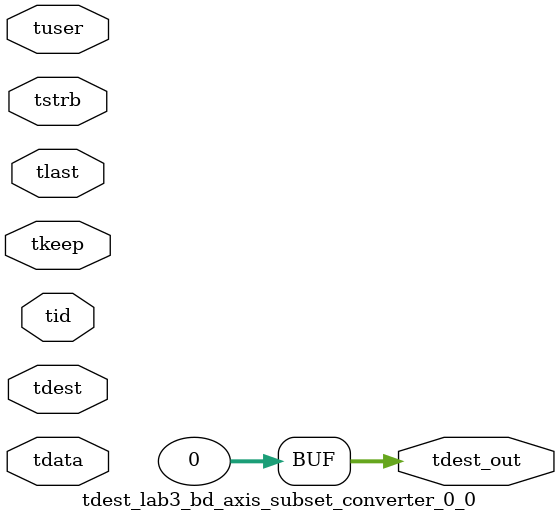
<source format=v>


`timescale 1ps/1ps

module tdest_lab3_bd_axis_subset_converter_0_0 #
(
parameter C_S_AXIS_TDATA_WIDTH = 32,
parameter C_S_AXIS_TUSER_WIDTH = 0,
parameter C_S_AXIS_TID_WIDTH   = 0,
parameter C_S_AXIS_TDEST_WIDTH = 0,
parameter C_M_AXIS_TDEST_WIDTH = 32
)
(
input  [(C_S_AXIS_TDATA_WIDTH == 0 ? 1 : C_S_AXIS_TDATA_WIDTH)-1:0     ] tdata,
input  [(C_S_AXIS_TUSER_WIDTH == 0 ? 1 : C_S_AXIS_TUSER_WIDTH)-1:0     ] tuser,
input  [(C_S_AXIS_TID_WIDTH   == 0 ? 1 : C_S_AXIS_TID_WIDTH)-1:0       ] tid,
input  [(C_S_AXIS_TDEST_WIDTH == 0 ? 1 : C_S_AXIS_TDEST_WIDTH)-1:0     ] tdest,
input  [(C_S_AXIS_TDATA_WIDTH/8)-1:0 ] tkeep,
input  [(C_S_AXIS_TDATA_WIDTH/8)-1:0 ] tstrb,
input                                                                    tlast,
output [C_M_AXIS_TDEST_WIDTH-1:0] tdest_out
);

assign tdest_out = {1'b0};

endmodule


</source>
